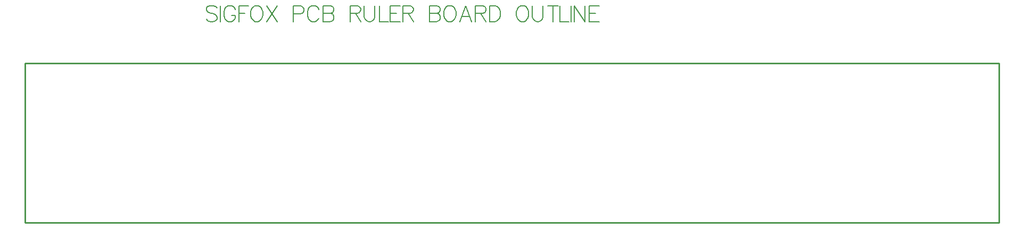
<source format=gm1>
%FSLAX43Y43*%
%MOMM*%
G71*
G01*
G75*
G04 Layer_Color=33789*
%ADD10R,0.250X0.800*%
%ADD11R,0.800X0.250*%
%ADD12R,1.300X1.200*%
%ADD13R,1.600X0.900*%
%ADD14R,2.800X1.000*%
%ADD15R,2.800X1.000*%
%ADD16R,1.200X1.800*%
%ADD17R,1.200X1.400*%
%ADD18R,0.900X1.050*%
%ADD19R,1.470X1.270*%
%ADD20R,0.830X0.630*%
%ADD21R,0.600X0.500*%
%ADD22R,0.900X0.600*%
%ADD23R,0.300X0.300*%
%ADD24R,0.800X0.900*%
%ADD25R,0.550X1.200*%
%ADD26R,1.143X0.254*%
%ADD27R,0.254X1.143*%
%ADD28R,4.826X5.715*%
%ADD29R,1.600X3.000*%
%ADD30R,2.400X2.400*%
%ADD31R,3.800X2.800*%
%ADD32R,0.400X0.750*%
%ADD33R,1.219X2.235*%
%ADD34R,3.600X2.200*%
%ADD35R,5.334X1.930*%
%ADD36R,2.210X0.610*%
%ADD37R,0.580X1.200*%
%ADD38R,2.000X2.000*%
%ADD39R,1.000X1.400*%
%ADD40C,1.000*%
%ADD41R,0.350X0.350*%
%ADD42R,1.800X1.400*%
%ADD43R,2.100X1.400*%
%ADD44R,1.600X0.350*%
%ADD45R,1.200X0.800*%
%ADD46C,1.000*%
%ADD47C,0.152*%
%ADD48R,2.400X2.400*%
%ADD49R,0.300X3.000*%
%ADD50R,0.200X1.000*%
%ADD51R,0.200X2.000*%
%ADD52R,0.300X3.500*%
%ADD53R,0.300X1.500*%
%ADD54R,0.300X2.500*%
%ADD55R,9.398X1.016*%
%ADD56R,9.398X0.762*%
%ADD57R,9.398X0.610*%
%ADD58R,9.398X0.457*%
%ADD59R,9.398X0.305*%
%ADD60R,9.398X0.254*%
%ADD61R,9.398X0.203*%
%ADD62R,9.398X0.152*%
%ADD63R,0.330X0.686*%
%ADD64R,0.400X0.750*%
%ADD65C,0.321*%
%ADD66C,0.361*%
%ADD67C,0.405*%
%ADD68C,0.455*%
%ADD69C,0.511*%
%ADD70C,0.573*%
%ADD71C,0.644*%
%ADD72C,0.723*%
%ADD73C,0.812*%
%ADD74C,0.912*%
%ADD75C,1.020*%
%ADD76C,1.150*%
%ADD77C,1.290*%
%ADD78C,1.450*%
%ADD79C,1.630*%
%ADD80C,1.830*%
%ADD81C,2.050*%
%ADD82C,2.300*%
%ADD83C,2.590*%
%ADD84C,2.910*%
%ADD85C,3.260*%
%ADD86R,1.270X0.559*%
%ADD87R,0.559X1.270*%
%ADD88R,0.890X2.600*%
%ADD89R,5.600X3.600*%
%ADD90R,0.320X0.600*%
%ADD91R,0.600X0.320*%
%ADD92R,1.000X1.950*%
%ADD93C,0.154*%
%ADD94C,0.200*%
%ADD95C,0.150*%
%ADD96C,0.170*%
%ADD97C,0.160*%
%ADD98C,0.155*%
%ADD99C,0.100*%
%ADD100C,0.120*%
%ADD101C,0.127*%
%ADD102C,0.250*%
%ADD103C,0.250*%
%ADD104C,0.254*%
%ADD105R,0.300X2.400*%
%ADD106R,0.864X1.093*%
%ADD107R,9.398X0.406*%
%ADD108R,9.398X0.508*%
%ADD109R,9.398X0.914*%
%ADD110R,9.398X1.168*%
%ADD111R,0.377X0.927*%
%ADD112R,0.927X0.377*%
%ADD113R,1.427X1.327*%
%ADD114R,1.727X1.027*%
%ADD115R,2.927X1.127*%
%ADD116R,2.927X1.127*%
%ADD117R,1.327X1.927*%
%ADD118R,1.327X1.527*%
%ADD119R,1.027X1.177*%
%ADD120R,1.597X1.397*%
%ADD121R,0.957X0.757*%
%ADD122R,0.727X0.627*%
%ADD123R,1.027X0.727*%
%ADD124R,0.427X0.427*%
%ADD125R,0.927X1.027*%
%ADD126R,0.677X1.327*%
%ADD127R,1.270X0.381*%
%ADD128R,0.381X1.270*%
%ADD129R,4.953X5.842*%
%ADD130R,1.727X3.127*%
%ADD131R,2.527X2.527*%
%ADD132R,3.927X2.927*%
%ADD133R,0.527X0.877*%
%ADD134R,1.346X2.362*%
%ADD135R,3.727X2.327*%
%ADD136R,5.461X2.057*%
%ADD137R,2.337X0.737*%
%ADD138R,0.707X1.327*%
%ADD139R,2.127X2.127*%
%ADD140R,1.127X1.527*%
%ADD141C,1.127*%
%ADD142R,0.477X0.477*%
%ADD143R,1.927X1.527*%
%ADD144R,2.227X1.527*%
%ADD145R,1.727X0.477*%
%ADD146R,1.327X0.927*%
%ADD147C,0.448*%
%ADD148C,0.488*%
%ADD149C,0.532*%
%ADD150C,0.582*%
%ADD151C,0.638*%
%ADD152C,0.700*%
%ADD153C,0.771*%
%ADD154C,0.850*%
%ADD155C,0.939*%
%ADD156C,1.039*%
%ADD157C,1.147*%
%ADD158C,1.277*%
%ADD159C,1.417*%
%ADD160C,1.577*%
%ADD161C,1.757*%
%ADD162C,1.957*%
%ADD163C,2.177*%
%ADD164C,2.427*%
%ADD165C,2.717*%
%ADD166C,3.037*%
%ADD167C,3.387*%
%ADD168R,1.397X0.686*%
%ADD169R,0.686X1.397*%
%ADD170R,1.017X2.727*%
%ADD171R,5.727X3.727*%
%ADD172R,0.447X0.727*%
%ADD173R,0.727X0.447*%
%ADD174R,1.127X2.077*%
%ADD175C,0.050*%
%ADD176C,0.508*%
%ADD177C,0.076*%
D47*
X30497Y34227D02*
X30255Y34469D01*
X29892Y34590D01*
X29409Y34590D01*
X29046Y34469D01*
X28804Y34227D01*
X28804Y33985D01*
X28925Y33743D01*
X29046Y33622D01*
X29288Y33501D01*
X30013Y33259D01*
X30255Y33138D01*
X30376Y33018D01*
X30497Y32776D01*
X30497Y32413D01*
X30255Y32171D01*
X29892Y32050D01*
X29409Y32050D01*
X29046Y32171D01*
X28804Y32413D01*
X31065Y34590D02*
X31065Y32050D01*
X33411Y33985D02*
X33290Y34227D01*
X33049Y34469D01*
X32807Y34590D01*
X32323Y34590D01*
X32081Y34469D01*
X31839Y34227D01*
X31718Y33985D01*
X31597Y33622D01*
X31597Y33018D01*
X31718Y32655D01*
X31839Y32413D01*
X32081Y32171D01*
X32323Y32050D01*
X32807Y32050D01*
X33049Y32171D01*
X33290Y32413D01*
X33411Y32655D01*
X33411Y33018D01*
X32807Y33018D02*
X33411Y33018D01*
X33992Y34590D02*
X33992Y32050D01*
X33992Y34590D02*
X35564Y34590D01*
X33992Y33380D02*
X34959Y33380D01*
X36580Y34590D02*
X36338Y34469D01*
X36096Y34227D01*
X35975Y33985D01*
X35854Y33622D01*
X35854Y33018D01*
X35975Y32655D01*
X36096Y32413D01*
X36338Y32171D01*
X36580Y32050D01*
X37063Y32050D01*
X37305Y32171D01*
X37547Y32413D01*
X37668Y32655D01*
X37789Y33018D01*
X37789Y33622D01*
X37668Y33985D01*
X37547Y34227D01*
X37305Y34469D01*
X37063Y34590D01*
X36580Y34590D01*
X38381Y34590D02*
X40074Y32050D01*
X40074Y34590D02*
X38381Y32050D01*
X42638Y33259D02*
X43726Y33259D01*
X44089Y33380D01*
X44210Y33501D01*
X44331Y33743D01*
X44331Y34106D01*
X44210Y34348D01*
X44089Y34469D01*
X43726Y34590D01*
X42638Y34590D01*
X42638Y32050D01*
X46713Y33985D02*
X46592Y34227D01*
X46350Y34469D01*
X46109Y34590D01*
X45625Y34590D01*
X45383Y34469D01*
X45141Y34227D01*
X45020Y33985D01*
X44899Y33622D01*
X44899Y33018D01*
X45020Y32655D01*
X45141Y32413D01*
X45383Y32171D01*
X45625Y32050D01*
X46109Y32050D01*
X46350Y32171D01*
X46592Y32413D01*
X46713Y32655D01*
X47427Y34590D02*
X47427Y32050D01*
X47427Y34590D02*
X48515Y34590D01*
X48878Y34469D01*
X48999Y34348D01*
X49120Y34106D01*
X49120Y33864D01*
X48999Y33622D01*
X48878Y33501D01*
X48515Y33380D01*
X47427Y33380D02*
X48515Y33380D01*
X48878Y33259D01*
X48999Y33138D01*
X49120Y32897D01*
X49120Y32534D01*
X48999Y32292D01*
X48878Y32171D01*
X48515Y32050D01*
X47427Y32050D01*
X51683Y34590D02*
X51683Y32050D01*
X51683Y34590D02*
X52772Y34590D01*
X53134Y34469D01*
X53255Y34348D01*
X53376Y34106D01*
X53376Y33864D01*
X53255Y33622D01*
X53134Y33501D01*
X52772Y33380D01*
X51683Y33380D01*
X52530Y33380D02*
X53376Y32050D01*
X53945Y34590D02*
X53945Y32776D01*
X54066Y32413D01*
X54307Y32171D01*
X54670Y32050D01*
X54912Y32050D01*
X55275Y32171D01*
X55517Y32413D01*
X55638Y32776D01*
X55638Y34590D01*
X56339Y34590D02*
X56339Y32050D01*
X57790Y32050D01*
X59640Y34590D02*
X58068Y34590D01*
X58068Y32050D01*
X59640Y32050D01*
X58068Y33380D02*
X59036Y33380D01*
X60063Y34590D02*
X60063Y32050D01*
X60063Y34590D02*
X61152Y34590D01*
X61515Y34469D01*
X61636Y34348D01*
X61756Y34106D01*
X61756Y33864D01*
X61636Y33622D01*
X61515Y33501D01*
X61152Y33380D01*
X60063Y33380D01*
X60910Y33380D02*
X61756Y32050D01*
X64320Y34590D02*
X64320Y32050D01*
X64320Y34590D02*
X65408Y34590D01*
X65771Y34469D01*
X65892Y34348D01*
X66013Y34106D01*
X66013Y33864D01*
X65892Y33622D01*
X65771Y33501D01*
X65408Y33380D01*
X64320Y33380D02*
X65408Y33380D01*
X65771Y33259D01*
X65892Y33138D01*
X66013Y32897D01*
X66013Y32534D01*
X65892Y32292D01*
X65771Y32171D01*
X65408Y32050D01*
X64320Y32050D01*
X67307Y34590D02*
X67065Y34469D01*
X66823Y34227D01*
X66702Y33985D01*
X66581Y33622D01*
X66581Y33018D01*
X66702Y32655D01*
X66823Y32413D01*
X67065Y32171D01*
X67307Y32050D01*
X67791Y32050D01*
X68033Y32171D01*
X68274Y32413D01*
X68395Y32655D01*
X68516Y33018D01*
X68516Y33622D01*
X68395Y33985D01*
X68274Y34227D01*
X68033Y34469D01*
X67791Y34590D01*
X67307Y34590D01*
X71044Y32050D02*
X70076Y34590D01*
X69109Y32050D01*
X69472Y32897D02*
X70681Y32897D01*
X71636Y34590D02*
X71636Y32050D01*
X71636Y34590D02*
X72724Y34590D01*
X73087Y34469D01*
X73208Y34348D01*
X73329Y34106D01*
X73329Y33864D01*
X73208Y33622D01*
X73087Y33501D01*
X72724Y33380D01*
X71636Y33380D01*
X72483Y33380D02*
X73329Y32050D01*
X73897Y34590D02*
X73897Y32050D01*
X73897Y34590D02*
X74744Y34590D01*
X75107Y34469D01*
X75349Y34227D01*
X75470Y33985D01*
X75590Y33622D01*
X75590Y33018D01*
X75470Y32655D01*
X75349Y32413D01*
X75107Y32171D01*
X74744Y32050D01*
X73897Y32050D01*
X78880Y34590D02*
X78638Y34469D01*
X78396Y34227D01*
X78275Y33985D01*
X78154Y33622D01*
X78154Y33018D01*
X78275Y32655D01*
X78396Y32413D01*
X78638Y32171D01*
X78880Y32050D01*
X79363Y32050D01*
X79605Y32171D01*
X79847Y32413D01*
X79968Y32655D01*
X80089Y33018D01*
X80089Y33622D01*
X79968Y33985D01*
X79847Y34227D01*
X79605Y34469D01*
X79363Y34590D01*
X78880Y34590D01*
X80681Y34590D02*
X80681Y32776D01*
X80802Y32413D01*
X81044Y32171D01*
X81407Y32050D01*
X81649Y32050D01*
X82012Y32171D01*
X82253Y32413D01*
X82374Y32776D01*
X82374Y34590D01*
X83922Y34590D02*
X83922Y32050D01*
X83076Y34590D02*
X84769Y34590D01*
X85071Y34590D02*
X85071Y32050D01*
X86522Y32050D01*
X86800Y34590D02*
X86800Y32050D01*
X87332Y34590D02*
X87332Y32050D01*
X87332Y34590D02*
X89025Y32050D01*
X89025Y34590D02*
X89025Y32050D01*
X91299Y34590D02*
X89727Y34590D01*
X89727Y32050D01*
X91299Y32050D01*
X89727Y33380D02*
X90694Y33380D01*
D104*
X0Y0D02*
X0Y25400D01*
X154940Y25400D01*
X154940Y0D02*
X154940Y25400D01*
X0Y0D02*
X154940Y0D01*
M02*

</source>
